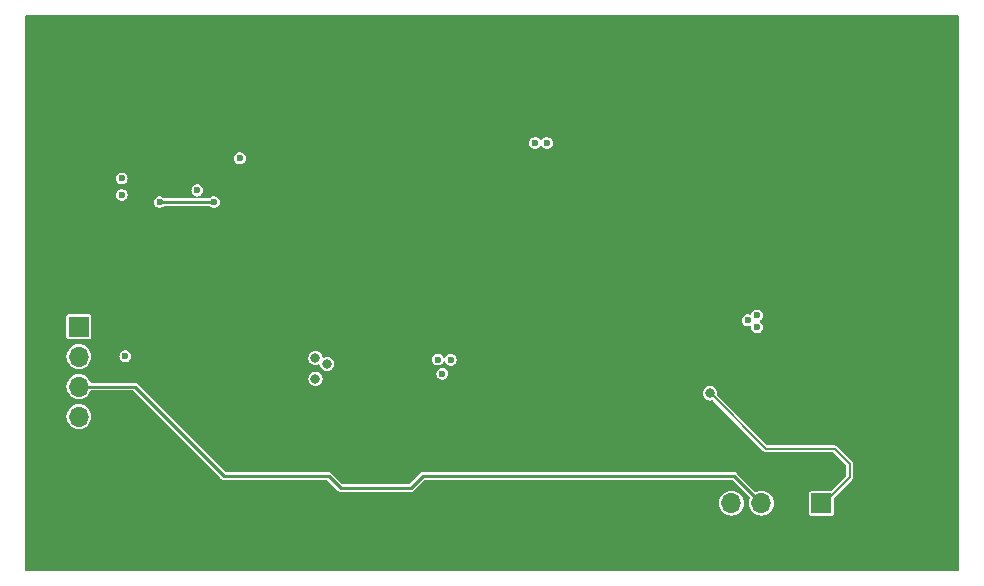
<source format=gbl>
%TF.GenerationSoftware,KiCad,Pcbnew,7.0.10*%
%TF.CreationDate,2024-04-01T00:34:45-05:00*%
%TF.ProjectId,Radar2_ExtFilter,52616461-7232-45f4-9578-7446696c7465,rev?*%
%TF.SameCoordinates,Original*%
%TF.FileFunction,Copper,L4,Bot*%
%TF.FilePolarity,Positive*%
%FSLAX46Y46*%
G04 Gerber Fmt 4.6, Leading zero omitted, Abs format (unit mm)*
G04 Created by KiCad (PCBNEW 7.0.10) date 2024-04-01 00:34:45*
%MOMM*%
%LPD*%
G01*
G04 APERTURE LIST*
%TA.AperFunction,SMDPad,CuDef*%
%ADD10R,2.420000X5.080000*%
%TD*%
%TA.AperFunction,SMDPad,CuDef*%
%ADD11R,0.460000X0.950000*%
%TD*%
%TA.AperFunction,ComponentPad*%
%ADD12C,0.970000*%
%TD*%
%TA.AperFunction,ComponentPad*%
%ADD13C,5.000000*%
%TD*%
%TA.AperFunction,ComponentPad*%
%ADD14C,0.610000*%
%TD*%
%TA.AperFunction,SMDPad,CuDef*%
%ADD15R,5.080000X2.420000*%
%TD*%
%TA.AperFunction,SMDPad,CuDef*%
%ADD16R,0.950000X0.460000*%
%TD*%
%TA.AperFunction,ComponentPad*%
%ADD17R,1.700000X1.700000*%
%TD*%
%TA.AperFunction,ComponentPad*%
%ADD18O,1.700000X1.700000*%
%TD*%
%TA.AperFunction,ViaPad*%
%ADD19C,0.600000*%
%TD*%
%TA.AperFunction,ViaPad*%
%ADD20C,0.800000*%
%TD*%
%TA.AperFunction,Conductor*%
%ADD21C,0.250000*%
%TD*%
%TA.AperFunction,Conductor*%
%ADD22C,0.197000*%
%TD*%
G04 APERTURE END LIST*
D10*
%TO.P,J2,2,Ext*%
%TO.N,GND*%
X123370000Y-86200000D03*
X132130000Y-86200000D03*
D11*
X123370000Y-83210000D03*
X132130000Y-83210000D03*
D12*
X123370000Y-82760000D03*
X132130000Y-82760000D03*
%TD*%
D13*
%TO.P,H4,1,1*%
%TO.N,GND*%
X172800000Y-84000000D03*
%TD*%
D10*
%TO.P,J1,2,Ext*%
%TO.N,GND*%
X126880000Y-44700000D03*
X118120000Y-44700000D03*
D11*
X126880000Y-47690000D03*
X118120000Y-47690000D03*
D12*
X126880000Y-48140000D03*
X118120000Y-48140000D03*
%TD*%
D13*
%TO.P,H3,1,1*%
%TO.N,GND*%
X105000000Y-84000000D03*
%TD*%
D14*
%TO.P,FL1,2,GND*%
%TO.N,GND*%
X116725000Y-61735000D03*
%TO.P,FL1,4,GND*%
X116725000Y-59525000D03*
%TD*%
D15*
%TO.P,J5,2,Ext*%
%TO.N,GND*%
X174360000Y-65010000D03*
X174360000Y-56250000D03*
D16*
X171370000Y-65010000D03*
X171370000Y-56250000D03*
D12*
X170920000Y-65010000D03*
X170920000Y-56250000D03*
%TD*%
D13*
%TO.P,H2,1,1*%
%TO.N,GND*%
X172800000Y-47000000D03*
%TD*%
D17*
%TO.P,J4,1,Pin_1*%
%TO.N,/RadarRx/IF_OUT*%
X165443464Y-83300000D03*
D18*
%TO.P,J4,2,Pin_2*%
%TO.N,GND*%
X162903464Y-83300000D03*
%TO.P,J4,3,Pin_3*%
%TO.N,+3V3*%
X160363464Y-83300000D03*
%TO.P,J4,4,Pin_4*%
%TO.N,Net-(J4-Pin_4)*%
X157823464Y-83300000D03*
%TO.P,J4,5,Pin_5*%
%TO.N,GND*%
X155283464Y-83300000D03*
%TD*%
D17*
%TO.P,J3,1,Pin_1*%
%TO.N,/RadarTx/VCO_Tune*%
X102570000Y-68340000D03*
D18*
%TO.P,J3,2,Pin_2*%
%TO.N,+3V0*%
X102570000Y-70880000D03*
%TO.P,J3,3,Pin_3*%
%TO.N,+3V3*%
X102570000Y-73420000D03*
%TO.P,J3,4,Pin_4*%
%TO.N,+10V*%
X102570000Y-75960000D03*
%TO.P,J3,5,Pin_5*%
%TO.N,GND*%
X102570000Y-78500000D03*
%TD*%
D13*
%TO.P,H1,1,1*%
%TO.N,GND*%
X105000000Y-47000000D03*
%TD*%
D19*
%TO.N,+3V0*%
X106500000Y-70850000D03*
X106200000Y-55800000D03*
X106200000Y-57200000D03*
%TO.N,GND*%
X158000000Y-50000000D03*
X138900000Y-58900000D03*
X134025000Y-64000000D03*
X164000000Y-46000000D03*
X159100000Y-58200000D03*
X115000000Y-82000000D03*
X146000000Y-46000000D03*
X154000000Y-80000000D03*
X120700000Y-53000000D03*
X100000000Y-54000000D03*
X152000000Y-78000000D03*
X152000000Y-76000000D03*
X144000000Y-50000000D03*
X158000000Y-46000000D03*
X156000000Y-57400000D03*
X154000000Y-64000000D03*
X110000000Y-52000000D03*
X132500000Y-58900000D03*
X140000000Y-88000000D03*
X110000000Y-46000000D03*
X144600000Y-61400000D03*
X150000000Y-48000000D03*
X120700000Y-58600000D03*
X142000000Y-80000000D03*
X124300000Y-58600000D03*
X144000000Y-80000000D03*
X166000000Y-54000000D03*
X134000000Y-82000000D03*
X125800000Y-73400000D03*
X117000000Y-84000000D03*
X128500000Y-58900000D03*
X144000000Y-72000000D03*
X122300000Y-63500000D03*
X129600000Y-68400000D03*
X169000000Y-80000000D03*
X134000000Y-78000000D03*
X163200000Y-69400000D03*
X124300000Y-49800000D03*
X140000000Y-50000000D03*
X125000000Y-76600000D03*
X160000000Y-44000000D03*
X142000000Y-46000000D03*
X152000000Y-46000000D03*
X142000000Y-50000000D03*
X136000000Y-54000000D03*
X100800000Y-57800000D03*
X144000000Y-46000000D03*
X154000000Y-55800000D03*
X152700000Y-58700000D03*
X146000000Y-64000000D03*
X135700000Y-58900000D03*
X125000000Y-61600000D03*
X169800000Y-66200000D03*
X133970090Y-53985045D03*
X125800000Y-61600000D03*
X125000000Y-80600000D03*
X143900000Y-62500000D03*
X130900000Y-62400000D03*
X150000000Y-66000000D03*
X144000000Y-64000000D03*
X146000000Y-74000000D03*
X146000000Y-44000000D03*
X142000000Y-82000000D03*
X117000000Y-82000000D03*
X102000000Y-44000000D03*
X125000000Y-75800000D03*
X100000000Y-44000000D03*
X156000000Y-52000000D03*
X134200000Y-68000000D03*
X134000000Y-55800000D03*
X168000000Y-55800000D03*
X135000000Y-57500000D03*
X118000000Y-42800000D03*
X100800000Y-63400000D03*
X138000000Y-72000000D03*
X130000000Y-63000000D03*
X166000000Y-44000000D03*
X146000000Y-82000000D03*
X105000000Y-80000000D03*
X167200000Y-69400000D03*
X148000000Y-46000000D03*
X109000000Y-78000000D03*
X115600000Y-58800000D03*
X161200000Y-69400000D03*
X120700000Y-55500000D03*
X115000000Y-68000000D03*
X128000000Y-54000000D03*
X117000000Y-50000000D03*
X154000000Y-76000000D03*
X107000000Y-80000000D03*
X120700000Y-51400000D03*
X154000000Y-48000000D03*
X156000000Y-48000000D03*
X136000000Y-46000000D03*
X142000000Y-74000000D03*
X126000000Y-57500000D03*
X168000000Y-44000000D03*
X150000000Y-80000000D03*
X138000000Y-74000000D03*
X134000000Y-46000000D03*
X125000000Y-77400000D03*
X159900000Y-58200000D03*
X146000000Y-78000000D03*
X164000000Y-76800000D03*
X138100000Y-58900000D03*
X130400000Y-81400000D03*
X134500000Y-62400000D03*
X132000000Y-52000000D03*
X150000000Y-44000000D03*
X102000000Y-52000000D03*
X156000000Y-78000000D03*
X137300000Y-58900000D03*
X166000000Y-50000000D03*
X134100000Y-58900000D03*
X136000000Y-55800000D03*
X156000000Y-68000000D03*
X152000000Y-64000000D03*
X114000000Y-62400000D03*
X139000000Y-62400000D03*
X132000000Y-46000000D03*
X110000000Y-50000000D03*
X148000000Y-64000000D03*
X158000000Y-78000000D03*
X134000000Y-50000000D03*
X139600000Y-52000000D03*
X129000000Y-57500000D03*
X156000000Y-55800000D03*
X144000000Y-44000000D03*
X138000000Y-46000000D03*
X104000000Y-52000000D03*
X121000000Y-68000000D03*
X156700000Y-58700000D03*
X100000000Y-50000000D03*
X148000000Y-50000000D03*
X152000000Y-66000000D03*
X162000000Y-48000000D03*
X160000000Y-54000000D03*
X168200000Y-68000000D03*
X142500000Y-60880000D03*
X149500000Y-62500000D03*
X117000000Y-86000000D03*
X114000000Y-48000000D03*
X125000000Y-75000000D03*
X168200000Y-66200000D03*
X168200000Y-64200000D03*
X119000000Y-82000000D03*
X151900000Y-58700000D03*
X158000000Y-55800000D03*
X164000000Y-44000000D03*
X130000000Y-50000000D03*
X140000000Y-68000000D03*
X124300000Y-52200000D03*
X124300000Y-54600000D03*
X132000000Y-44000000D03*
X163000000Y-78000000D03*
X125000000Y-74200000D03*
X111000000Y-80000000D03*
X156000000Y-46000000D03*
X127500000Y-55800000D03*
X148000000Y-82000000D03*
X148000000Y-48000000D03*
X127000000Y-46000000D03*
X150000000Y-72000000D03*
X144000000Y-86000000D03*
X140000000Y-86000000D03*
X164000000Y-52000000D03*
X132000000Y-80000000D03*
X124300000Y-53000000D03*
X124300000Y-51400000D03*
X133300000Y-58900000D03*
X120700000Y-54600000D03*
X123000000Y-62400000D03*
X175000000Y-69400000D03*
X112000000Y-48000000D03*
X157500000Y-58200000D03*
X130500000Y-57500000D03*
X165600000Y-58200000D03*
X110000000Y-48000000D03*
X132400000Y-86400000D03*
X152000000Y-74000000D03*
X165000000Y-78000000D03*
X150000000Y-50000000D03*
X136000000Y-48000000D03*
X154000000Y-74000000D03*
X150300000Y-58700000D03*
X139800000Y-62400000D03*
X130400000Y-77400000D03*
X160000000Y-46000000D03*
X119000000Y-84000000D03*
X158000000Y-80000000D03*
X129600000Y-64800000D03*
X125000000Y-79800000D03*
X136000000Y-86000000D03*
X158300000Y-58200000D03*
X164000000Y-50000000D03*
X134000000Y-80000000D03*
X121000000Y-80000000D03*
X170000000Y-63000000D03*
X162000000Y-50000000D03*
X113000000Y-82000000D03*
X140000000Y-44000000D03*
X153500000Y-58700000D03*
X168400000Y-63000000D03*
X155100000Y-58700000D03*
X136000000Y-80000000D03*
X111000000Y-68000000D03*
X144000000Y-82000000D03*
X114800000Y-58800000D03*
X135300000Y-62400000D03*
X118000000Y-44400000D03*
X148000000Y-88000000D03*
X172600000Y-56200000D03*
X112000000Y-44000000D03*
X100000000Y-48000000D03*
X130000000Y-48000000D03*
X136000000Y-82000000D03*
X164000000Y-55800000D03*
X108025003Y-51981254D03*
X127000000Y-44400000D03*
X151100000Y-58700000D03*
X146000000Y-48000000D03*
X140000000Y-74000000D03*
X132000000Y-55800000D03*
X134000000Y-48000000D03*
X156000000Y-64000000D03*
X113000000Y-80000000D03*
X150000000Y-54000000D03*
X150000000Y-86000000D03*
X126100000Y-58900000D03*
X165200000Y-69400000D03*
X152000000Y-54000000D03*
X164000000Y-48000000D03*
X146000000Y-86000000D03*
X114000000Y-46000000D03*
X171200000Y-69400000D03*
X173200000Y-69400000D03*
X128000000Y-50000000D03*
X169200000Y-63000000D03*
X126000000Y-54000000D03*
X132025000Y-64000000D03*
X144000000Y-68000000D03*
X158000000Y-54000000D03*
X117000000Y-68000000D03*
X100000000Y-46000000D03*
X149600000Y-59700000D03*
X130500000Y-55800000D03*
X125000000Y-79000000D03*
X146000000Y-68000000D03*
X130400000Y-80600000D03*
X150000000Y-74000000D03*
X118000000Y-46000000D03*
X123200000Y-88000000D03*
X124200000Y-61600000D03*
X169000000Y-78000000D03*
X115000000Y-84000000D03*
X122200000Y-62400000D03*
X154000000Y-66000000D03*
X126000000Y-50000000D03*
X121000000Y-82000000D03*
X125300000Y-58900000D03*
X147900000Y-62500000D03*
X138000000Y-64000000D03*
X146000000Y-76000000D03*
X109000000Y-80000000D03*
X142000000Y-72000000D03*
X130300000Y-61900000D03*
X160000000Y-55800000D03*
X148000000Y-76000000D03*
X162000000Y-54000000D03*
X154000000Y-52000000D03*
X106000000Y-52000000D03*
X114800000Y-62400000D03*
X133700000Y-62400000D03*
X158000000Y-44000000D03*
X140000000Y-78000000D03*
X132000000Y-54000000D03*
X115000000Y-86000000D03*
X130000000Y-44000000D03*
X148700000Y-62500000D03*
X138000000Y-68000000D03*
X118200000Y-62400000D03*
X142000000Y-68000000D03*
X146000000Y-66000000D03*
X162000000Y-76800000D03*
X170000000Y-76800000D03*
X160000000Y-50000000D03*
X140000000Y-48000000D03*
X140600000Y-61400000D03*
X168000000Y-54000000D03*
X168000000Y-58200000D03*
X162000000Y-55800000D03*
X127500000Y-57500000D03*
X137800000Y-52000000D03*
X158800000Y-63000000D03*
X168000000Y-48000000D03*
X168000000Y-52000000D03*
X142000000Y-78000000D03*
X162600000Y-58800000D03*
X111000000Y-84000000D03*
X162000000Y-44000000D03*
X144000000Y-78000000D03*
X107000000Y-78000000D03*
X113200000Y-58800000D03*
X120700000Y-49000000D03*
X121400000Y-62400000D03*
X144000000Y-48000000D03*
X102000000Y-50000000D03*
X150000000Y-88000000D03*
X146000000Y-52000000D03*
X129300000Y-58900000D03*
X113000000Y-84000000D03*
X156000000Y-54000000D03*
X124300000Y-49000000D03*
X168000000Y-76800000D03*
X134000000Y-44000000D03*
X126900000Y-58900000D03*
X156000000Y-80000000D03*
X110000000Y-44000000D03*
X136500000Y-58900000D03*
X163800000Y-62600000D03*
X119800000Y-58800000D03*
X133500000Y-57500000D03*
X148000000Y-80000000D03*
X108000000Y-50000000D03*
X166000000Y-52000000D03*
X150000000Y-68000000D03*
X126000000Y-52000000D03*
X132600000Y-62425000D03*
X130000000Y-54000000D03*
X148000000Y-54000000D03*
X152000000Y-44000000D03*
X174000000Y-68000000D03*
X154000000Y-78000000D03*
X142000000Y-44000000D03*
X125000000Y-70200000D03*
X129000000Y-55800000D03*
X156700000Y-59600000D03*
X170000000Y-88000000D03*
X130100000Y-58900000D03*
X138000000Y-80000000D03*
X130400000Y-79000000D03*
X140000000Y-82000000D03*
X128000000Y-52000000D03*
X162000000Y-52000000D03*
X128800000Y-61600000D03*
X119800000Y-62400000D03*
X129600000Y-79200000D03*
X168000000Y-88000000D03*
X170200000Y-68000000D03*
X108000000Y-44000000D03*
X124300000Y-57075000D03*
X136500000Y-57500000D03*
X168000000Y-84000000D03*
X152000000Y-50000000D03*
X152000000Y-48000000D03*
X138000000Y-48000000D03*
X119000000Y-58800000D03*
X120700000Y-56300000D03*
X130000000Y-46000000D03*
X125000000Y-78200000D03*
X168000000Y-50000000D03*
X117400000Y-58800000D03*
X142000000Y-88000000D03*
X146300000Y-62500000D03*
X132000000Y-57500000D03*
X119000000Y-68000000D03*
X125000000Y-69400000D03*
X112000000Y-46000000D03*
X109600000Y-59800000D03*
X130400000Y-78200000D03*
X152000000Y-86000000D03*
X124300000Y-56300000D03*
X138000000Y-78000000D03*
X132000000Y-48000000D03*
X138000000Y-76000000D03*
X160000000Y-48000000D03*
X140000000Y-76000000D03*
X102000000Y-54000000D03*
X158000000Y-52000000D03*
X152000000Y-55800000D03*
X111000000Y-86000000D03*
X148000000Y-66000000D03*
X120700000Y-49800000D03*
X136000000Y-78000000D03*
X168000000Y-46000000D03*
X160000000Y-80000000D03*
X154000000Y-46000000D03*
X100800000Y-61400000D03*
X154000000Y-72000000D03*
X158000000Y-48000000D03*
X131700000Y-62400000D03*
X136000000Y-50000000D03*
X154000000Y-44000000D03*
X167000000Y-78000000D03*
X166600000Y-61600000D03*
X123000000Y-68000000D03*
X113000000Y-68000000D03*
X148000000Y-72000000D03*
X125000000Y-68600000D03*
X131700000Y-58900000D03*
X152000000Y-68000000D03*
X113000000Y-86000000D03*
X156000000Y-76000000D03*
X120700000Y-50600000D03*
X111000000Y-82000000D03*
X156000000Y-72000000D03*
X123200000Y-86400000D03*
X137400000Y-62400000D03*
X158800000Y-64400000D03*
X119000000Y-86000000D03*
X125000000Y-67800000D03*
X148700000Y-58700000D03*
X146600000Y-58700000D03*
X120700000Y-52200000D03*
X174800000Y-65000000D03*
X138000000Y-44000000D03*
X148000000Y-68000000D03*
X166000000Y-48000000D03*
X115600000Y-62400000D03*
X150000000Y-46000000D03*
X166000000Y-76800000D03*
X127700000Y-58900000D03*
X100800000Y-55800000D03*
X172800000Y-65000000D03*
X147900000Y-58700000D03*
X109600000Y-61800000D03*
X140000000Y-46000000D03*
X174600000Y-56200000D03*
X167200000Y-58200000D03*
X120700000Y-53800000D03*
X120700000Y-57800000D03*
X123000000Y-80000000D03*
X156000000Y-66000000D03*
X146000000Y-50000000D03*
X124300000Y-53800000D03*
X124300000Y-55500000D03*
X110600000Y-60800000D03*
X140000000Y-80000000D03*
X132000000Y-50000000D03*
X138000000Y-57500000D03*
X138000000Y-50000000D03*
X150000000Y-64000000D03*
X167600000Y-63000000D03*
X119000000Y-50000000D03*
X152000000Y-57400000D03*
X120600000Y-62400000D03*
X155900000Y-58700000D03*
X140000000Y-72000000D03*
X136000000Y-88000000D03*
X132200000Y-68000000D03*
X144000000Y-74000000D03*
X152000000Y-88000000D03*
X148000000Y-74000000D03*
X142000000Y-76000000D03*
X147100000Y-62500000D03*
X129600000Y-67600000D03*
X118200000Y-58800000D03*
X154000000Y-50000000D03*
X132400000Y-88000000D03*
X164000000Y-54000000D03*
X166000000Y-46000000D03*
X136000000Y-44000000D03*
X146000000Y-88000000D03*
X130000000Y-64000000D03*
X144000000Y-88000000D03*
X100000000Y-52000000D03*
X172200000Y-68000000D03*
X126000000Y-55800000D03*
X150000000Y-78000000D03*
X136000000Y-52000000D03*
X168000000Y-85950000D03*
X125000000Y-81400000D03*
X169800000Y-64200000D03*
X152000000Y-52000000D03*
X134000000Y-52000000D03*
X150000000Y-76000000D03*
X124300000Y-48200000D03*
X130000000Y-52000000D03*
X146000000Y-72000000D03*
X152000000Y-80000000D03*
X119000000Y-62400000D03*
X119000000Y-54000000D03*
X130900000Y-58900000D03*
X154000000Y-68000000D03*
X117400000Y-62400000D03*
X156000000Y-50000000D03*
X138000000Y-82000000D03*
X149500000Y-61600000D03*
X154300000Y-58700000D03*
X150000000Y-52000000D03*
X136200000Y-68000000D03*
X148000000Y-44000000D03*
X124300000Y-50600000D03*
X136550000Y-62425000D03*
X156000000Y-44000000D03*
X152000000Y-82000000D03*
X152000000Y-72000000D03*
X100800000Y-59800000D03*
X136025000Y-64000000D03*
X127000000Y-42800000D03*
X138000000Y-86000000D03*
X169200000Y-69400000D03*
X120700000Y-57100000D03*
X154000000Y-57400000D03*
X148000000Y-86000000D03*
X166000000Y-55800000D03*
X105000000Y-78000000D03*
X148000000Y-52000000D03*
X142000000Y-86000000D03*
X120700000Y-48200000D03*
X160000000Y-52000000D03*
X144700000Y-62500000D03*
X124300000Y-57800000D03*
X114000000Y-44000000D03*
X166400000Y-58200000D03*
X138200000Y-62400000D03*
X138000000Y-88000000D03*
X156700000Y-61600000D03*
X134900000Y-58900000D03*
X146000000Y-80000000D03*
X149500000Y-58700000D03*
X113200000Y-62400000D03*
X130400000Y-79800000D03*
X150000000Y-82000000D03*
X137800000Y-55375000D03*
X162000000Y-46000000D03*
X145500000Y-62500000D03*
X148000000Y-78000000D03*
X144000000Y-76000000D03*
X142000000Y-48000000D03*
X114000000Y-58800000D03*
X154000000Y-54000000D03*
%TO.N,+5V*%
X133350000Y-72338464D03*
X134050000Y-71138464D03*
D20*
X123592998Y-71500000D03*
D19*
X160000000Y-68400000D03*
D20*
X122600000Y-72750000D03*
X122600000Y-71000000D03*
D19*
X160000000Y-67400000D03*
X132970000Y-71130000D03*
X159200000Y-67800000D03*
%TO.N,/RadarTx/VCO_Tune*%
X112600000Y-56800000D03*
%TO.N,+3V3*%
X141200000Y-52800000D03*
X142200000Y-52800000D03*
D20*
%TO.N,/RadarRx/IF_OUT*%
X156000000Y-74000000D03*
D19*
%TO.N,+10V*%
X116200000Y-54100000D03*
%TO.N,/RadarTx/VCO_Scaled*%
X114000000Y-57800000D03*
X109400000Y-57800000D03*
%TD*%
D21*
%TO.N,+3V3*%
X124741116Y-82025000D02*
X130658884Y-82025000D01*
X107303884Y-73420000D02*
X114883884Y-81000000D01*
X131683884Y-81000000D02*
X158063464Y-81000000D01*
X123716116Y-81000000D02*
X124741116Y-82025000D01*
X114883884Y-81000000D02*
X123716116Y-81000000D01*
X158063464Y-81000000D02*
X160363464Y-83300000D01*
X130658884Y-82025000D02*
X131683884Y-81000000D01*
X102570000Y-73420000D02*
X107303884Y-73420000D01*
D22*
%TO.N,/RadarRx/IF_OUT*%
X156075000Y-74000000D02*
X160775000Y-78700000D01*
X166550000Y-78700000D02*
X167850000Y-80000000D01*
X165625000Y-83300000D02*
X165443464Y-83300000D01*
X167850000Y-80000000D02*
X167850000Y-81075000D01*
X167850000Y-81075000D02*
X165625000Y-83300000D01*
X156000000Y-74000000D02*
X156075000Y-74000000D01*
X160775000Y-78700000D02*
X166550000Y-78700000D01*
D21*
%TO.N,/RadarTx/VCO_Scaled*%
X114000000Y-57800000D02*
X109400000Y-57800000D01*
%TD*%
%TA.AperFunction,Conductor*%
%TO.N,GND*%
G36*
X177067708Y-42021322D02*
G01*
X177098148Y-42074045D01*
X177099500Y-42089500D01*
X177099500Y-88910500D01*
X177078678Y-88967708D01*
X177025955Y-88998148D01*
X177010500Y-88999500D01*
X98089500Y-88999500D01*
X98032292Y-88978678D01*
X98001852Y-88925955D01*
X98000500Y-88910500D01*
X98000500Y-83300003D01*
X156767881Y-83300003D01*
X156788162Y-83505926D01*
X156788164Y-83505934D01*
X156848230Y-83703950D01*
X156848231Y-83703953D01*
X156848232Y-83703954D01*
X156945779Y-83886450D01*
X157077054Y-84046410D01*
X157237014Y-84177685D01*
X157419510Y-84275232D01*
X157617530Y-84335300D01*
X157617534Y-84335300D01*
X157617537Y-84335301D01*
X157823460Y-84355583D01*
X157823464Y-84355583D01*
X157823468Y-84355583D01*
X158029390Y-84335301D01*
X158029391Y-84335300D01*
X158029398Y-84335300D01*
X158227418Y-84275232D01*
X158409914Y-84177685D01*
X158569874Y-84046410D01*
X158701149Y-83886450D01*
X158798696Y-83703954D01*
X158858764Y-83505934D01*
X158879047Y-83300000D01*
X158858764Y-83094066D01*
X158798696Y-82896046D01*
X158701149Y-82713550D01*
X158569874Y-82553590D01*
X158409914Y-82422315D01*
X158227418Y-82324768D01*
X158227417Y-82324767D01*
X158227414Y-82324766D01*
X158029398Y-82264700D01*
X158029390Y-82264698D01*
X157823468Y-82244417D01*
X157823460Y-82244417D01*
X157617537Y-82264698D01*
X157617529Y-82264700D01*
X157419513Y-82324766D01*
X157237012Y-82422316D01*
X157077058Y-82553586D01*
X157077050Y-82553594D01*
X156945780Y-82713548D01*
X156848230Y-82896049D01*
X156788164Y-83094065D01*
X156788162Y-83094073D01*
X156767881Y-83299996D01*
X156767881Y-83300003D01*
X98000500Y-83300003D01*
X98000500Y-75960003D01*
X101514417Y-75960003D01*
X101534698Y-76165926D01*
X101534700Y-76165934D01*
X101594766Y-76363950D01*
X101594767Y-76363953D01*
X101594768Y-76363954D01*
X101692315Y-76546450D01*
X101823590Y-76706410D01*
X101983550Y-76837685D01*
X102166046Y-76935232D01*
X102364066Y-76995300D01*
X102364070Y-76995300D01*
X102364073Y-76995301D01*
X102569996Y-77015583D01*
X102570000Y-77015583D01*
X102570004Y-77015583D01*
X102775926Y-76995301D01*
X102775927Y-76995300D01*
X102775934Y-76995300D01*
X102973954Y-76935232D01*
X103156450Y-76837685D01*
X103316410Y-76706410D01*
X103447685Y-76546450D01*
X103545232Y-76363954D01*
X103605300Y-76165934D01*
X103625583Y-75960000D01*
X103605300Y-75754066D01*
X103545232Y-75556046D01*
X103447685Y-75373550D01*
X103316410Y-75213590D01*
X103156450Y-75082315D01*
X102973954Y-74984768D01*
X102973953Y-74984767D01*
X102973950Y-74984766D01*
X102775934Y-74924700D01*
X102775926Y-74924698D01*
X102570004Y-74904417D01*
X102569996Y-74904417D01*
X102364073Y-74924698D01*
X102364065Y-74924700D01*
X102166049Y-74984766D01*
X101983548Y-75082316D01*
X101823594Y-75213586D01*
X101823586Y-75213594D01*
X101692316Y-75373548D01*
X101594766Y-75556049D01*
X101534700Y-75754065D01*
X101534698Y-75754073D01*
X101514417Y-75959996D01*
X101514417Y-75960003D01*
X98000500Y-75960003D01*
X98000500Y-73420003D01*
X101514417Y-73420003D01*
X101534698Y-73625926D01*
X101534700Y-73625934D01*
X101594766Y-73823950D01*
X101594767Y-73823953D01*
X101594768Y-73823954D01*
X101692315Y-74006450D01*
X101823590Y-74166410D01*
X101983550Y-74297685D01*
X102166046Y-74395232D01*
X102364066Y-74455300D01*
X102364070Y-74455300D01*
X102364073Y-74455301D01*
X102569996Y-74475583D01*
X102570000Y-74475583D01*
X102570004Y-74475583D01*
X102775926Y-74455301D01*
X102775927Y-74455300D01*
X102775934Y-74455300D01*
X102973954Y-74395232D01*
X103156450Y-74297685D01*
X103316410Y-74166410D01*
X103447685Y-74006450D01*
X103545232Y-73823954D01*
X103549870Y-73808665D01*
X103586402Y-73759964D01*
X103635038Y-73745500D01*
X107132192Y-73745500D01*
X107189400Y-73766322D01*
X107195125Y-73771567D01*
X114640928Y-81217370D01*
X114646173Y-81223095D01*
X114671429Y-81253194D01*
X114705481Y-81272854D01*
X114712002Y-81277009D01*
X114744200Y-81299554D01*
X114746926Y-81300284D01*
X114768395Y-81309177D01*
X114770839Y-81310588D01*
X114770838Y-81310588D01*
X114809530Y-81317410D01*
X114817104Y-81319088D01*
X114855077Y-81329264D01*
X114894228Y-81325838D01*
X114901983Y-81325500D01*
X123544424Y-81325500D01*
X123601632Y-81346322D01*
X123607357Y-81351567D01*
X124498160Y-82242370D01*
X124503405Y-82248095D01*
X124504584Y-82249500D01*
X124528661Y-82278194D01*
X124562713Y-82297854D01*
X124569234Y-82302009D01*
X124601432Y-82324554D01*
X124604158Y-82325284D01*
X124625627Y-82334177D01*
X124628071Y-82335588D01*
X124628070Y-82335588D01*
X124666762Y-82342410D01*
X124674336Y-82344088D01*
X124712309Y-82354264D01*
X124751455Y-82350838D01*
X124759213Y-82350500D01*
X130640787Y-82350500D01*
X130648544Y-82350838D01*
X130687691Y-82354264D01*
X130725672Y-82344086D01*
X130733237Y-82342410D01*
X130771929Y-82335588D01*
X130774368Y-82334179D01*
X130795839Y-82325285D01*
X130798568Y-82324554D01*
X130830752Y-82302018D01*
X130837288Y-82297852D01*
X130871339Y-82278194D01*
X130896612Y-82248073D01*
X130901839Y-82242370D01*
X131792643Y-81351567D01*
X131847818Y-81325839D01*
X131855575Y-81325500D01*
X157891773Y-81325500D01*
X157948981Y-81346322D01*
X157954706Y-81351568D01*
X159380205Y-82777068D01*
X159405933Y-82832243D01*
X159395766Y-82881950D01*
X159388230Y-82896049D01*
X159328164Y-83094065D01*
X159328162Y-83094073D01*
X159307881Y-83299996D01*
X159307881Y-83300003D01*
X159328162Y-83505926D01*
X159328164Y-83505934D01*
X159388230Y-83703950D01*
X159388231Y-83703953D01*
X159388232Y-83703954D01*
X159485779Y-83886450D01*
X159617054Y-84046410D01*
X159777014Y-84177685D01*
X159959510Y-84275232D01*
X160157530Y-84335300D01*
X160157534Y-84335300D01*
X160157537Y-84335301D01*
X160363460Y-84355583D01*
X160363464Y-84355583D01*
X160363468Y-84355583D01*
X160569390Y-84335301D01*
X160569391Y-84335300D01*
X160569398Y-84335300D01*
X160767418Y-84275232D01*
X160949914Y-84177685D01*
X161109874Y-84046410D01*
X161241149Y-83886450D01*
X161338696Y-83703954D01*
X161398764Y-83505934D01*
X161419047Y-83300000D01*
X161398764Y-83094066D01*
X161338696Y-82896046D01*
X161241149Y-82713550D01*
X161109874Y-82553590D01*
X160949914Y-82422315D01*
X160767418Y-82324768D01*
X160767417Y-82324767D01*
X160767414Y-82324766D01*
X160569398Y-82264700D01*
X160569390Y-82264698D01*
X160363468Y-82244417D01*
X160363460Y-82244417D01*
X160157537Y-82264698D01*
X160157529Y-82264700D01*
X159959513Y-82324766D01*
X159945414Y-82332302D01*
X159885145Y-82340902D01*
X159840532Y-82316741D01*
X158306425Y-80782635D01*
X158301179Y-80776910D01*
X158275918Y-80746804D01*
X158241882Y-80727154D01*
X158235333Y-80722982D01*
X158203149Y-80700446D01*
X158200416Y-80699714D01*
X158178956Y-80690824D01*
X158176509Y-80689412D01*
X158176508Y-80689411D01*
X158176507Y-80689411D01*
X158137814Y-80682588D01*
X158130237Y-80680908D01*
X158092269Y-80670735D01*
X158053125Y-80674161D01*
X158045367Y-80674500D01*
X131701981Y-80674500D01*
X131694223Y-80674161D01*
X131655076Y-80670735D01*
X131617108Y-80680908D01*
X131609533Y-80682587D01*
X131570844Y-80689410D01*
X131570833Y-80689414D01*
X131568382Y-80690829D01*
X131546939Y-80699711D01*
X131544200Y-80700444D01*
X131544199Y-80700445D01*
X131512002Y-80722988D01*
X131505462Y-80727155D01*
X131471430Y-80746805D01*
X131446165Y-80776913D01*
X131440922Y-80782634D01*
X130550126Y-81673432D01*
X130494950Y-81699161D01*
X130487193Y-81699500D01*
X124912808Y-81699500D01*
X124855600Y-81678678D01*
X124849875Y-81673433D01*
X123959071Y-80782629D01*
X123953826Y-80776904D01*
X123928570Y-80746804D01*
X123894534Y-80727154D01*
X123887985Y-80722982D01*
X123855801Y-80700446D01*
X123853068Y-80699714D01*
X123831608Y-80690824D01*
X123829161Y-80689412D01*
X123829160Y-80689411D01*
X123829159Y-80689411D01*
X123790466Y-80682588D01*
X123782889Y-80680908D01*
X123744921Y-80670735D01*
X123705777Y-80674161D01*
X123698019Y-80674500D01*
X115055576Y-80674500D01*
X114998368Y-80653678D01*
X114992643Y-80648433D01*
X108344210Y-74000000D01*
X155394318Y-74000000D01*
X155410948Y-74126321D01*
X155414957Y-74156767D01*
X155475463Y-74302841D01*
X155475465Y-74302843D01*
X155571713Y-74428276D01*
X155571718Y-74428282D01*
X155571722Y-74428285D01*
X155571723Y-74428286D01*
X155697156Y-74524534D01*
X155697158Y-74524536D01*
X155843233Y-74585042D01*
X155843238Y-74585044D01*
X156000000Y-74605682D01*
X156156762Y-74585044D01*
X156158684Y-74584247D01*
X156159938Y-74584192D01*
X156162397Y-74583534D01*
X156162542Y-74584078D01*
X156219501Y-74581583D01*
X156255685Y-74603535D01*
X160518823Y-78866673D01*
X160526490Y-78877329D01*
X160527289Y-78876727D01*
X160532260Y-78883309D01*
X160566929Y-78914915D01*
X160569901Y-78917752D01*
X160583164Y-78931014D01*
X160583166Y-78931016D01*
X160583797Y-78931448D01*
X160593467Y-78939107D01*
X160614870Y-78958618D01*
X160625015Y-78962548D01*
X160643161Y-78972113D01*
X160652134Y-78978260D01*
X160652136Y-78978261D01*
X160680328Y-78984891D01*
X160692098Y-78988536D01*
X160719107Y-78999000D01*
X160729984Y-78999000D01*
X160750360Y-79001364D01*
X160752883Y-79001957D01*
X160760952Y-79003855D01*
X160786810Y-79000247D01*
X160789642Y-78999853D01*
X160801937Y-78999000D01*
X166389284Y-78999000D01*
X166446492Y-79019822D01*
X166452217Y-79025067D01*
X167524933Y-80097783D01*
X167550661Y-80152959D01*
X167551000Y-80160716D01*
X167551000Y-80914284D01*
X167530178Y-80971492D01*
X167524933Y-80977217D01*
X166278717Y-82223433D01*
X166223541Y-82249161D01*
X166215784Y-82249500D01*
X164573711Y-82249500D01*
X164515232Y-82261132D01*
X164448915Y-82305445D01*
X164448909Y-82305451D01*
X164404596Y-82371768D01*
X164392964Y-82430247D01*
X164392964Y-84169752D01*
X164404596Y-84228231D01*
X164436003Y-84275233D01*
X164448912Y-84294552D01*
X164448915Y-84294554D01*
X164515232Y-84338867D01*
X164572154Y-84350189D01*
X164573716Y-84350500D01*
X164573720Y-84350500D01*
X166313208Y-84350500D01*
X166313212Y-84350500D01*
X166371695Y-84338867D01*
X166438016Y-84294552D01*
X166482331Y-84228231D01*
X166493964Y-84169748D01*
X166493964Y-82890750D01*
X166514786Y-82833542D01*
X166520020Y-82827829D01*
X168016671Y-81331177D01*
X168027335Y-81323512D01*
X168026728Y-81322708D01*
X168033301Y-81317743D01*
X168033309Y-81317740D01*
X168064925Y-81283057D01*
X168067743Y-81280105D01*
X168081015Y-81266835D01*
X168081447Y-81266203D01*
X168089102Y-81256536D01*
X168108618Y-81235130D01*
X168112550Y-81224978D01*
X168122115Y-81206835D01*
X168128261Y-81197864D01*
X168134891Y-81169669D01*
X168138535Y-81157905D01*
X168138648Y-81157612D01*
X168149000Y-81130893D01*
X168149000Y-81120011D01*
X168151364Y-81099634D01*
X168153854Y-81089048D01*
X168149853Y-81060364D01*
X168149000Y-81048069D01*
X168149000Y-80063290D01*
X168151115Y-80050329D01*
X168150123Y-80050191D01*
X168151262Y-80042025D01*
X168149095Y-79995146D01*
X168149000Y-79991036D01*
X168149000Y-79972294D01*
X168148860Y-79971546D01*
X168147436Y-79959283D01*
X168146100Y-79930359D01*
X168141704Y-79920405D01*
X168135635Y-79900802D01*
X168133638Y-79890119D01*
X168133637Y-79890117D01*
X168118395Y-79865498D01*
X168112648Y-79854596D01*
X168110433Y-79849581D01*
X168100948Y-79828098D01*
X168100947Y-79828097D01*
X168093250Y-79820399D01*
X168080516Y-79804322D01*
X168078938Y-79801775D01*
X168074791Y-79795076D01*
X168051685Y-79777627D01*
X168042387Y-79769537D01*
X166806176Y-78533326D01*
X166798511Y-78522667D01*
X166797710Y-78523273D01*
X166792740Y-78516692D01*
X166792740Y-78516691D01*
X166758068Y-78485083D01*
X166755097Y-78482246D01*
X166741838Y-78468988D01*
X166741835Y-78468985D01*
X166741190Y-78468543D01*
X166731534Y-78460894D01*
X166710134Y-78441385D01*
X166710132Y-78441383D01*
X166710130Y-78441382D01*
X166699980Y-78437449D01*
X166681838Y-78427886D01*
X166672864Y-78421739D01*
X166672863Y-78421738D01*
X166644669Y-78415107D01*
X166632898Y-78411461D01*
X166605894Y-78401000D01*
X166605893Y-78401000D01*
X166595012Y-78401000D01*
X166574636Y-78398636D01*
X166564048Y-78396146D01*
X166535365Y-78400147D01*
X166523070Y-78401000D01*
X160935714Y-78401000D01*
X160878506Y-78380178D01*
X160872781Y-78374932D01*
X156624171Y-74126321D01*
X156598443Y-74071146D01*
X156598866Y-74051771D01*
X156605682Y-74000003D01*
X156605682Y-74000000D01*
X156585044Y-73843238D01*
X156577056Y-73823954D01*
X156524536Y-73697158D01*
X156524534Y-73697156D01*
X156428286Y-73571723D01*
X156428285Y-73571722D01*
X156428282Y-73571718D01*
X156428277Y-73571714D01*
X156428276Y-73571713D01*
X156302843Y-73475465D01*
X156302841Y-73475463D01*
X156156766Y-73414957D01*
X156156767Y-73414957D01*
X156156763Y-73414956D01*
X156156762Y-73414956D01*
X156000000Y-73394318D01*
X155843238Y-73414956D01*
X155843237Y-73414956D01*
X155843232Y-73414957D01*
X155697158Y-73475463D01*
X155697156Y-73475465D01*
X155571723Y-73571713D01*
X155571713Y-73571723D01*
X155475465Y-73697156D01*
X155475463Y-73697158D01*
X155414957Y-73843232D01*
X155414956Y-73843237D01*
X155414956Y-73843238D01*
X155394318Y-74000000D01*
X108344210Y-74000000D01*
X107546839Y-73202629D01*
X107541594Y-73196904D01*
X107516338Y-73166804D01*
X107482302Y-73147154D01*
X107475753Y-73142982D01*
X107443569Y-73120446D01*
X107440836Y-73119714D01*
X107419376Y-73110824D01*
X107416929Y-73109412D01*
X107416928Y-73109411D01*
X107416927Y-73109411D01*
X107378234Y-73102588D01*
X107370657Y-73100908D01*
X107332689Y-73090735D01*
X107293545Y-73094161D01*
X107285787Y-73094500D01*
X103635038Y-73094500D01*
X103577830Y-73073678D01*
X103549870Y-73031335D01*
X103545233Y-73016049D01*
X103545232Y-73016048D01*
X103545232Y-73016046D01*
X103447685Y-72833550D01*
X103379118Y-72750000D01*
X121994318Y-72750000D01*
X122014957Y-72906767D01*
X122075463Y-73052841D01*
X122075465Y-73052843D01*
X122162912Y-73166806D01*
X122171718Y-73178282D01*
X122171722Y-73178285D01*
X122171723Y-73178286D01*
X122297156Y-73274534D01*
X122297158Y-73274536D01*
X122443233Y-73335042D01*
X122443238Y-73335044D01*
X122600000Y-73355682D01*
X122756762Y-73335044D01*
X122902841Y-73274536D01*
X123028282Y-73178282D01*
X123124536Y-73052841D01*
X123185044Y-72906762D01*
X123205682Y-72750000D01*
X123185044Y-72593238D01*
X123163951Y-72542316D01*
X123124536Y-72447158D01*
X123124534Y-72447156D01*
X123041132Y-72338464D01*
X132844353Y-72338464D01*
X132864834Y-72480920D01*
X132924621Y-72611835D01*
X132924623Y-72611838D01*
X132978135Y-72673594D01*
X133018872Y-72720607D01*
X133139947Y-72798417D01*
X133278039Y-72838964D01*
X133278042Y-72838964D01*
X133421958Y-72838964D01*
X133421961Y-72838964D01*
X133560053Y-72798417D01*
X133681128Y-72720607D01*
X133775377Y-72611837D01*
X133835165Y-72480921D01*
X133855647Y-72338464D01*
X133835165Y-72196007D01*
X133811559Y-72144318D01*
X133775378Y-72065092D01*
X133775376Y-72065089D01*
X133681128Y-71956321D01*
X133648859Y-71935583D01*
X133560053Y-71878511D01*
X133560051Y-71878510D01*
X133560049Y-71878509D01*
X133421962Y-71837964D01*
X133421961Y-71837964D01*
X133278039Y-71837964D01*
X133278037Y-71837964D01*
X133139950Y-71878509D01*
X133018871Y-71956321D01*
X132924623Y-72065089D01*
X132924621Y-72065092D01*
X132864834Y-72196007D01*
X132844353Y-72338463D01*
X132844353Y-72338464D01*
X123041132Y-72338464D01*
X123028286Y-72321723D01*
X123028285Y-72321722D01*
X123028282Y-72321718D01*
X123028277Y-72321714D01*
X123028276Y-72321713D01*
X122902843Y-72225465D01*
X122902841Y-72225463D01*
X122756766Y-72164957D01*
X122756767Y-72164957D01*
X122756763Y-72164956D01*
X122756762Y-72164956D01*
X122600000Y-72144318D01*
X122443238Y-72164956D01*
X122443237Y-72164956D01*
X122443232Y-72164957D01*
X122297158Y-72225463D01*
X122297156Y-72225465D01*
X122171723Y-72321713D01*
X122171713Y-72321723D01*
X122075465Y-72447156D01*
X122075463Y-72447158D01*
X122014957Y-72593232D01*
X122014956Y-72593237D01*
X122014956Y-72593238D01*
X122012507Y-72611838D01*
X121994318Y-72750000D01*
X103379118Y-72750000D01*
X103316410Y-72673590D01*
X103156450Y-72542315D01*
X102973954Y-72444768D01*
X102973953Y-72444767D01*
X102973950Y-72444766D01*
X102775934Y-72384700D01*
X102775926Y-72384698D01*
X102570004Y-72364417D01*
X102569996Y-72364417D01*
X102364073Y-72384698D01*
X102364065Y-72384700D01*
X102166049Y-72444766D01*
X101983548Y-72542316D01*
X101823594Y-72673586D01*
X101823586Y-72673594D01*
X101692316Y-72833548D01*
X101594766Y-73016049D01*
X101534700Y-73214065D01*
X101534698Y-73214073D01*
X101514417Y-73419996D01*
X101514417Y-73420003D01*
X98000500Y-73420003D01*
X98000500Y-70880003D01*
X101514417Y-70880003D01*
X101534698Y-71085926D01*
X101534700Y-71085934D01*
X101594766Y-71283950D01*
X101594767Y-71283953D01*
X101594768Y-71283954D01*
X101692315Y-71466450D01*
X101823590Y-71626410D01*
X101983550Y-71757685D01*
X102166046Y-71855232D01*
X102364066Y-71915300D01*
X102364070Y-71915300D01*
X102364073Y-71915301D01*
X102569996Y-71935583D01*
X102570000Y-71935583D01*
X102570004Y-71935583D01*
X102775926Y-71915301D01*
X102775927Y-71915300D01*
X102775934Y-71915300D01*
X102973954Y-71855232D01*
X103156450Y-71757685D01*
X103316410Y-71626410D01*
X103447685Y-71466450D01*
X103545232Y-71283954D01*
X103605300Y-71085934D01*
X103606701Y-71071713D01*
X103625583Y-70880003D01*
X103625583Y-70879996D01*
X103622629Y-70850000D01*
X105994353Y-70850000D01*
X106014834Y-70992456D01*
X106074621Y-71123371D01*
X106074623Y-71123374D01*
X106138558Y-71197159D01*
X106168872Y-71232143D01*
X106289947Y-71309953D01*
X106428039Y-71350500D01*
X106428042Y-71350500D01*
X106571958Y-71350500D01*
X106571961Y-71350500D01*
X106710053Y-71309953D01*
X106831128Y-71232143D01*
X106925377Y-71123373D01*
X106981720Y-71000000D01*
X121994318Y-71000000D01*
X122010560Y-71123374D01*
X122014957Y-71156767D01*
X122075463Y-71302841D01*
X122075465Y-71302843D01*
X122159099Y-71411837D01*
X122171718Y-71428282D01*
X122171722Y-71428285D01*
X122171723Y-71428286D01*
X122297156Y-71524534D01*
X122297158Y-71524536D01*
X122443233Y-71585042D01*
X122443238Y-71585044D01*
X122600000Y-71605682D01*
X122756762Y-71585044D01*
X122878853Y-71534471D01*
X122939673Y-71531816D01*
X122987972Y-71568877D01*
X123001149Y-71605079D01*
X123007953Y-71656760D01*
X123007955Y-71656766D01*
X123068461Y-71802841D01*
X123068463Y-71802843D01*
X123154755Y-71915301D01*
X123164716Y-71928282D01*
X123164720Y-71928285D01*
X123164721Y-71928286D01*
X123290154Y-72024534D01*
X123290156Y-72024536D01*
X123436231Y-72085042D01*
X123436236Y-72085044D01*
X123592998Y-72105682D01*
X123749760Y-72085044D01*
X123895839Y-72024536D01*
X124021280Y-71928282D01*
X124117534Y-71802841D01*
X124178042Y-71656762D01*
X124198680Y-71500000D01*
X124178042Y-71343238D01*
X124168099Y-71319234D01*
X124117534Y-71197158D01*
X124117532Y-71197156D01*
X124066001Y-71130000D01*
X132464353Y-71130000D01*
X132484834Y-71272456D01*
X132544621Y-71403371D01*
X132544623Y-71403374D01*
X132589521Y-71455189D01*
X132638872Y-71512143D01*
X132759947Y-71589953D01*
X132898039Y-71630500D01*
X132898042Y-71630500D01*
X133041958Y-71630500D01*
X133041961Y-71630500D01*
X133180053Y-71589953D01*
X133301128Y-71512143D01*
X133395377Y-71403373D01*
X133427111Y-71333885D01*
X133469815Y-71290499D01*
X133530419Y-71284711D01*
X133580564Y-71319234D01*
X133589024Y-71333887D01*
X133624621Y-71411835D01*
X133624623Y-71411838D01*
X133701016Y-71500000D01*
X133718872Y-71520607D01*
X133839947Y-71598417D01*
X133978039Y-71638964D01*
X133978042Y-71638964D01*
X134121958Y-71638964D01*
X134121961Y-71638964D01*
X134260053Y-71598417D01*
X134381128Y-71520607D01*
X134475377Y-71411837D01*
X134535165Y-71280921D01*
X134555647Y-71138464D01*
X134553477Y-71123374D01*
X134535165Y-70996007D01*
X134475378Y-70865092D01*
X134475376Y-70865089D01*
X134381128Y-70756321D01*
X134367958Y-70747857D01*
X134260053Y-70678511D01*
X134260051Y-70678510D01*
X134260049Y-70678509D01*
X134121962Y-70637964D01*
X134121961Y-70637964D01*
X133978039Y-70637964D01*
X133978037Y-70637964D01*
X133839950Y-70678509D01*
X133718871Y-70756321D01*
X133624623Y-70865089D01*
X133624623Y-70865090D01*
X133592889Y-70934577D01*
X133550183Y-70977965D01*
X133489579Y-70983751D01*
X133439434Y-70949228D01*
X133430976Y-70934577D01*
X133395377Y-70856627D01*
X133395376Y-70856626D01*
X133395376Y-70856625D01*
X133301128Y-70747857D01*
X133222240Y-70697159D01*
X133180053Y-70670047D01*
X133180051Y-70670046D01*
X133180049Y-70670045D01*
X133041962Y-70629500D01*
X133041961Y-70629500D01*
X132898039Y-70629500D01*
X132898037Y-70629500D01*
X132759950Y-70670045D01*
X132638871Y-70747857D01*
X132544623Y-70856625D01*
X132544621Y-70856628D01*
X132484834Y-70987543D01*
X132464353Y-71129999D01*
X132464353Y-71130000D01*
X124066001Y-71130000D01*
X124021284Y-71071723D01*
X124021283Y-71071722D01*
X124021280Y-71071718D01*
X124021275Y-71071714D01*
X124021274Y-71071713D01*
X123895841Y-70975465D01*
X123895839Y-70975463D01*
X123749764Y-70914957D01*
X123749765Y-70914957D01*
X123749761Y-70914956D01*
X123749760Y-70914956D01*
X123592998Y-70894318D01*
X123436236Y-70914956D01*
X123436235Y-70914956D01*
X123436230Y-70914957D01*
X123314145Y-70965527D01*
X123253323Y-70968183D01*
X123205024Y-70931122D01*
X123191848Y-70894921D01*
X123185044Y-70843238D01*
X123145536Y-70747857D01*
X123124536Y-70697158D01*
X123124534Y-70697156D01*
X123028286Y-70571723D01*
X123028285Y-70571722D01*
X123028282Y-70571718D01*
X123028277Y-70571714D01*
X123028276Y-70571713D01*
X122902843Y-70475465D01*
X122902841Y-70475463D01*
X122756766Y-70414957D01*
X122756767Y-70414957D01*
X122756763Y-70414956D01*
X122756762Y-70414956D01*
X122600000Y-70394318D01*
X122443238Y-70414956D01*
X122443237Y-70414956D01*
X122443232Y-70414957D01*
X122297158Y-70475463D01*
X122297156Y-70475465D01*
X122171723Y-70571713D01*
X122171713Y-70571723D01*
X122075465Y-70697156D01*
X122075463Y-70697158D01*
X122014957Y-70843232D01*
X122014956Y-70843237D01*
X122014956Y-70843238D01*
X121994318Y-71000000D01*
X106981720Y-71000000D01*
X106985165Y-70992457D01*
X107005647Y-70850000D01*
X106985165Y-70707543D01*
X106980421Y-70697156D01*
X106925378Y-70576628D01*
X106925376Y-70576625D01*
X106831128Y-70467857D01*
X106710053Y-70390047D01*
X106710051Y-70390046D01*
X106710049Y-70390045D01*
X106571962Y-70349500D01*
X106571961Y-70349500D01*
X106428039Y-70349500D01*
X106428037Y-70349500D01*
X106289950Y-70390045D01*
X106168871Y-70467857D01*
X106074623Y-70576625D01*
X106074621Y-70576628D01*
X106014834Y-70707543D01*
X105994353Y-70849999D01*
X105994353Y-70850000D01*
X103622629Y-70850000D01*
X103605301Y-70674073D01*
X103605300Y-70674070D01*
X103605300Y-70674066D01*
X103545232Y-70476046D01*
X103447685Y-70293550D01*
X103316410Y-70133590D01*
X103156450Y-70002315D01*
X102973954Y-69904768D01*
X102973953Y-69904767D01*
X102973950Y-69904766D01*
X102775934Y-69844700D01*
X102775926Y-69844698D01*
X102570004Y-69824417D01*
X102569996Y-69824417D01*
X102364073Y-69844698D01*
X102364065Y-69844700D01*
X102166049Y-69904766D01*
X101983548Y-70002316D01*
X101823594Y-70133586D01*
X101823586Y-70133594D01*
X101692316Y-70293548D01*
X101594766Y-70476049D01*
X101534700Y-70674065D01*
X101534698Y-70674073D01*
X101514417Y-70879996D01*
X101514417Y-70880003D01*
X98000500Y-70880003D01*
X98000500Y-69209752D01*
X101519500Y-69209752D01*
X101531132Y-69268231D01*
X101575445Y-69334548D01*
X101575448Y-69334552D01*
X101575451Y-69334554D01*
X101641768Y-69378867D01*
X101698690Y-69390189D01*
X101700252Y-69390500D01*
X101700256Y-69390500D01*
X103439744Y-69390500D01*
X103439748Y-69390500D01*
X103498231Y-69378867D01*
X103564552Y-69334552D01*
X103608867Y-69268231D01*
X103620500Y-69209748D01*
X103620500Y-67800000D01*
X158694353Y-67800000D01*
X158714834Y-67942456D01*
X158774621Y-68073371D01*
X158774623Y-68073374D01*
X158820767Y-68126627D01*
X158868872Y-68182143D01*
X158989947Y-68259953D01*
X159128039Y-68300500D01*
X159128042Y-68300500D01*
X159271958Y-68300500D01*
X159271961Y-68300500D01*
X159386216Y-68266952D01*
X159446972Y-68270813D01*
X159491033Y-68312825D01*
X159499383Y-68365012D01*
X159494353Y-68399998D01*
X159494353Y-68400000D01*
X159514834Y-68542456D01*
X159574621Y-68673371D01*
X159574623Y-68673374D01*
X159668871Y-68782142D01*
X159668872Y-68782143D01*
X159789947Y-68859953D01*
X159928039Y-68900500D01*
X159928042Y-68900500D01*
X160071958Y-68900500D01*
X160071961Y-68900500D01*
X160210053Y-68859953D01*
X160331128Y-68782143D01*
X160425377Y-68673373D01*
X160485165Y-68542457D01*
X160505647Y-68400000D01*
X160485165Y-68257543D01*
X160450730Y-68182142D01*
X160425378Y-68126628D01*
X160425376Y-68126625D01*
X160331128Y-68017857D01*
X160264240Y-67974870D01*
X160227372Y-67926426D01*
X160230268Y-67865615D01*
X160264239Y-67825129D01*
X160331128Y-67782143D01*
X160425377Y-67673373D01*
X160485165Y-67542457D01*
X160505647Y-67400000D01*
X160496630Y-67337288D01*
X160485165Y-67257543D01*
X160425378Y-67126628D01*
X160425376Y-67126625D01*
X160331128Y-67017857D01*
X160210053Y-66940047D01*
X160210051Y-66940046D01*
X160210049Y-66940045D01*
X160071962Y-66899500D01*
X160071961Y-66899500D01*
X159928039Y-66899500D01*
X159928037Y-66899500D01*
X159789950Y-66940045D01*
X159668871Y-67017857D01*
X159574623Y-67126625D01*
X159574621Y-67126628D01*
X159514835Y-67257543D01*
X159513826Y-67264561D01*
X159485073Y-67318223D01*
X159428554Y-67340848D01*
X159400659Y-67337288D01*
X159271962Y-67299500D01*
X159271961Y-67299500D01*
X159128039Y-67299500D01*
X159128037Y-67299500D01*
X158989950Y-67340045D01*
X158868871Y-67417857D01*
X158774623Y-67526625D01*
X158774621Y-67526628D01*
X158714834Y-67657543D01*
X158694353Y-67799999D01*
X158694353Y-67800000D01*
X103620500Y-67800000D01*
X103620500Y-67470252D01*
X103608867Y-67411769D01*
X103608867Y-67411768D01*
X103564554Y-67345451D01*
X103564552Y-67345448D01*
X103557668Y-67340848D01*
X103498231Y-67301132D01*
X103439752Y-67289500D01*
X103439748Y-67289500D01*
X101700252Y-67289500D01*
X101700247Y-67289500D01*
X101641768Y-67301132D01*
X101575451Y-67345445D01*
X101575445Y-67345451D01*
X101531132Y-67411768D01*
X101519500Y-67470247D01*
X101519500Y-69209752D01*
X98000500Y-69209752D01*
X98000500Y-57800000D01*
X108894353Y-57800000D01*
X108914834Y-57942456D01*
X108974621Y-58073371D01*
X108974623Y-58073374D01*
X109037833Y-58146322D01*
X109068872Y-58182143D01*
X109189947Y-58259953D01*
X109328039Y-58300500D01*
X109328042Y-58300500D01*
X109471958Y-58300500D01*
X109471961Y-58300500D01*
X109610053Y-58259953D01*
X109731128Y-58182143D01*
X109753593Y-58156216D01*
X109806792Y-58126618D01*
X109820854Y-58125500D01*
X113579146Y-58125500D01*
X113636354Y-58146322D01*
X113646402Y-58156211D01*
X113668872Y-58182143D01*
X113789947Y-58259953D01*
X113928039Y-58300500D01*
X113928042Y-58300500D01*
X114071958Y-58300500D01*
X114071961Y-58300500D01*
X114210053Y-58259953D01*
X114331128Y-58182143D01*
X114425377Y-58073373D01*
X114485165Y-57942457D01*
X114505647Y-57800000D01*
X114485165Y-57657543D01*
X114450730Y-57582142D01*
X114425378Y-57526628D01*
X114425376Y-57526625D01*
X114331128Y-57417857D01*
X114296128Y-57395364D01*
X114210053Y-57340047D01*
X114210051Y-57340046D01*
X114210049Y-57340045D01*
X114071962Y-57299500D01*
X114071961Y-57299500D01*
X113928039Y-57299500D01*
X113928037Y-57299500D01*
X113789950Y-57340045D01*
X113668873Y-57417856D01*
X113668872Y-57417856D01*
X113668872Y-57417857D01*
X113646406Y-57443783D01*
X113593208Y-57473382D01*
X113579146Y-57474500D01*
X112698379Y-57474500D01*
X112641171Y-57453678D01*
X112610731Y-57400955D01*
X112621303Y-57341000D01*
X112667939Y-57301867D01*
X112673306Y-57300105D01*
X112810053Y-57259953D01*
X112931128Y-57182143D01*
X113025377Y-57073373D01*
X113085165Y-56942457D01*
X113105647Y-56800000D01*
X113085165Y-56657543D01*
X113025378Y-56526628D01*
X113025376Y-56526625D01*
X112931128Y-56417857D01*
X112810053Y-56340047D01*
X112810051Y-56340046D01*
X112810049Y-56340045D01*
X112671962Y-56299500D01*
X112671961Y-56299500D01*
X112528039Y-56299500D01*
X112528037Y-56299500D01*
X112389950Y-56340045D01*
X112268871Y-56417857D01*
X112174623Y-56526625D01*
X112174621Y-56526628D01*
X112114834Y-56657543D01*
X112094353Y-56799999D01*
X112094353Y-56800000D01*
X112114834Y-56942456D01*
X112174621Y-57073371D01*
X112174623Y-57073374D01*
X112268871Y-57182142D01*
X112268872Y-57182143D01*
X112389947Y-57259953D01*
X112524633Y-57299500D01*
X112526694Y-57300105D01*
X112575719Y-57336200D01*
X112590073Y-57395364D01*
X112563039Y-57449912D01*
X112507266Y-57474321D01*
X112501621Y-57474500D01*
X109820854Y-57474500D01*
X109763646Y-57453678D01*
X109753597Y-57443788D01*
X109731128Y-57417857D01*
X109610053Y-57340047D01*
X109610051Y-57340046D01*
X109610049Y-57340045D01*
X109471962Y-57299500D01*
X109471961Y-57299500D01*
X109328039Y-57299500D01*
X109328037Y-57299500D01*
X109189950Y-57340045D01*
X109068871Y-57417857D01*
X108974623Y-57526625D01*
X108974621Y-57526628D01*
X108914834Y-57657543D01*
X108894353Y-57799999D01*
X108894353Y-57800000D01*
X98000500Y-57800000D01*
X98000500Y-57200000D01*
X105694353Y-57200000D01*
X105714834Y-57342456D01*
X105774621Y-57473371D01*
X105774623Y-57473374D01*
X105820767Y-57526627D01*
X105868872Y-57582143D01*
X105989947Y-57659953D01*
X106128039Y-57700500D01*
X106128042Y-57700500D01*
X106271958Y-57700500D01*
X106271961Y-57700500D01*
X106410053Y-57659953D01*
X106531128Y-57582143D01*
X106625377Y-57473373D01*
X106685165Y-57342457D01*
X106705647Y-57200000D01*
X106703079Y-57182142D01*
X106685165Y-57057543D01*
X106625378Y-56926628D01*
X106625376Y-56926625D01*
X106531128Y-56817857D01*
X106503340Y-56799999D01*
X106410053Y-56740047D01*
X106410051Y-56740046D01*
X106410049Y-56740045D01*
X106271962Y-56699500D01*
X106271961Y-56699500D01*
X106128039Y-56699500D01*
X106128037Y-56699500D01*
X105989950Y-56740045D01*
X105868871Y-56817857D01*
X105774623Y-56926625D01*
X105774621Y-56926628D01*
X105714834Y-57057543D01*
X105694353Y-57199999D01*
X105694353Y-57200000D01*
X98000500Y-57200000D01*
X98000500Y-55800000D01*
X105694353Y-55800000D01*
X105714834Y-55942456D01*
X105774621Y-56073371D01*
X105774623Y-56073374D01*
X105868871Y-56182142D01*
X105868872Y-56182143D01*
X105989947Y-56259953D01*
X106128039Y-56300500D01*
X106128042Y-56300500D01*
X106271958Y-56300500D01*
X106271961Y-56300500D01*
X106410053Y-56259953D01*
X106531128Y-56182143D01*
X106625377Y-56073373D01*
X106685165Y-55942457D01*
X106705647Y-55800000D01*
X106685165Y-55657543D01*
X106625378Y-55526628D01*
X106625376Y-55526625D01*
X106531128Y-55417857D01*
X106410053Y-55340047D01*
X106410051Y-55340046D01*
X106410049Y-55340045D01*
X106271962Y-55299500D01*
X106271961Y-55299500D01*
X106128039Y-55299500D01*
X106128037Y-55299500D01*
X105989950Y-55340045D01*
X105868871Y-55417857D01*
X105774623Y-55526625D01*
X105774621Y-55526628D01*
X105714834Y-55657543D01*
X105694353Y-55799999D01*
X105694353Y-55800000D01*
X98000500Y-55800000D01*
X98000500Y-54100000D01*
X115694353Y-54100000D01*
X115714834Y-54242456D01*
X115774621Y-54373371D01*
X115774623Y-54373374D01*
X115868871Y-54482142D01*
X115868872Y-54482143D01*
X115989947Y-54559953D01*
X116128039Y-54600500D01*
X116128042Y-54600500D01*
X116271958Y-54600500D01*
X116271961Y-54600500D01*
X116410053Y-54559953D01*
X116531128Y-54482143D01*
X116625377Y-54373373D01*
X116685165Y-54242457D01*
X116705647Y-54100000D01*
X116685165Y-53957543D01*
X116625378Y-53826628D01*
X116625376Y-53826625D01*
X116531128Y-53717857D01*
X116410053Y-53640047D01*
X116410051Y-53640046D01*
X116410049Y-53640045D01*
X116271962Y-53599500D01*
X116271961Y-53599500D01*
X116128039Y-53599500D01*
X116128037Y-53599500D01*
X115989950Y-53640045D01*
X115868871Y-53717857D01*
X115774623Y-53826625D01*
X115774621Y-53826628D01*
X115714834Y-53957543D01*
X115694353Y-54099999D01*
X115694353Y-54100000D01*
X98000500Y-54100000D01*
X98000500Y-52800000D01*
X140694353Y-52800000D01*
X140714834Y-52942456D01*
X140774621Y-53073371D01*
X140774623Y-53073374D01*
X140868871Y-53182142D01*
X140868872Y-53182143D01*
X140989947Y-53259953D01*
X141128039Y-53300500D01*
X141128042Y-53300500D01*
X141271958Y-53300500D01*
X141271961Y-53300500D01*
X141410053Y-53259953D01*
X141531128Y-53182143D01*
X141625377Y-53073373D01*
X141625376Y-53073373D01*
X141629545Y-53068563D01*
X141630673Y-53069540D01*
X141673569Y-53036891D01*
X141734380Y-53039785D01*
X141769580Y-53069321D01*
X141770455Y-53068563D01*
X141774623Y-53073373D01*
X141868872Y-53182143D01*
X141989947Y-53259953D01*
X142128039Y-53300500D01*
X142128042Y-53300500D01*
X142271958Y-53300500D01*
X142271961Y-53300500D01*
X142410053Y-53259953D01*
X142531128Y-53182143D01*
X142625377Y-53073373D01*
X142627128Y-53069540D01*
X142685165Y-52942456D01*
X142705647Y-52800000D01*
X142705647Y-52799999D01*
X142685165Y-52657543D01*
X142625378Y-52526628D01*
X142625376Y-52526625D01*
X142531128Y-52417857D01*
X142410053Y-52340047D01*
X142410051Y-52340046D01*
X142410049Y-52340045D01*
X142271962Y-52299500D01*
X142271961Y-52299500D01*
X142128039Y-52299500D01*
X142128037Y-52299500D01*
X141989950Y-52340045D01*
X141868871Y-52417857D01*
X141770455Y-52531437D01*
X141769327Y-52530460D01*
X141726423Y-52563110D01*
X141665612Y-52560211D01*
X141630418Y-52530680D01*
X141629545Y-52531437D01*
X141531128Y-52417857D01*
X141410053Y-52340047D01*
X141410051Y-52340046D01*
X141410049Y-52340045D01*
X141271962Y-52299500D01*
X141271961Y-52299500D01*
X141128039Y-52299500D01*
X141128037Y-52299500D01*
X140989950Y-52340045D01*
X140868871Y-52417857D01*
X140774623Y-52526625D01*
X140774621Y-52526628D01*
X140714834Y-52657543D01*
X140694353Y-52799999D01*
X140694353Y-52800000D01*
X98000500Y-52800000D01*
X98000500Y-42089500D01*
X98021322Y-42032292D01*
X98074045Y-42001852D01*
X98089500Y-42000500D01*
X177010500Y-42000500D01*
X177067708Y-42021322D01*
G37*
%TD.AperFunction*%
%TD*%
M02*

</source>
